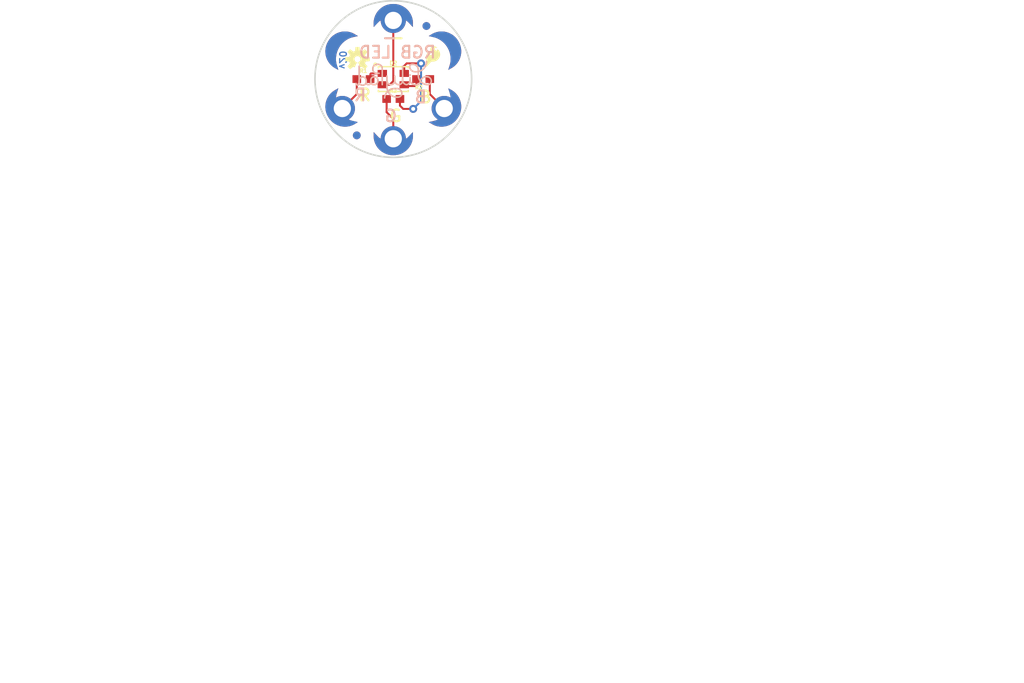
<source format=kicad_pcb>
(kicad_pcb (version 20211014) (generator pcbnew)
  (layers (0 "F.Cu" signal) (31 "B.Cu" signal) (34 "B.Paste" user) (35 "F.Paste" user) (36 "B.SilkS" user "B.Silkscreen") (37 "F.SilkS" user "F.Silkscreen") (38 "B.Mask" user) (39 "F.Mask" user) (44 "Edge.Cuts" user))
  (net 0 "")
  (net 1 "RED")
  (net 2 "BLU")
  (net 3 "GRN")
  (net 4 "G")
  (net 5 "B")
  (net 6 "R")
  (net 7 "GND")
  (footprint "boardEagle:PETAL-NOHOLE-2SIDE" (layer "F.Cu") (at 141.9987 101.2444 -120)
    (fp_text reference "U$3" hide)
    (fp_text value "SEWTAP-NOHOLE2" hide)
    (fp_poly (pts (xy -1.854655 -0.173117) (xy -1.587233 0.02496) (xy -1.296131 0.192254) (xy -0.987629 0.324761) (xy -0.665876 0.420699) (xy -0.335186 0.478783) (xy -0.000001 0.49823) (xy 0.335185 0.478783) (xy 0.665875 0.4207) (xy 0.987628 0.324762) (xy 1.29613 0.192254) (xy 1.587231 0.024961) (xy 1.857026 -0.174874) (xy 2.101909 -0.404578) (xy 2.32514 -0.668824) (xy 2.493638 -0.837322) (xy 2.51214 -0.289809) (xy 2.481402 0.029121) (xy 2.409619 0.341384) (xy 2.298003 0.641723) (xy 2.148431 0.925078) (xy 1.963424 1.186677) (xy 1.746098 1.422114) (xy 1.500112 1.627423) (xy 1.22961 1.799149) (xy 0.939146 1.934398) (xy 0.633613 2.030893) (xy 0.318157 2.087007) (xy 0.002347 2.1016) (xy -0.002346 2.1016) (xy -0.318157 2.087008) (xy -0.633613 2.030893) (xy -0.939146 1.934399) (xy -1.22961 1.79915) (xy -1.500112 1.627424) (xy -1.746098 1.422115) (xy -1.963425 1.186678) (xy -2.148432 0.925079) (xy -2.298003 0.641724) (xy -2.409619 0.341385) (xy -2.481402 0.029122) (xy -2.512141 -0.289808) (xy -2.5016 -0.601715) (xy -2.5016 -0.854591)) (layer "F.Cu") (width 0) (fill solid))
    (fp_poly (pts (xy 2.5016 -0.601715) (xy 2.512141 -0.289808) (xy 2.481402 0.029122) (xy 2.409619 0.341385) (xy 2.298003 0.641724) (xy 2.148432 0.925079) (xy 1.963425 1.186678) (xy 1.746098 1.422115) (xy 1.500112 1.627424) (xy 1.22961 1.79915) (xy 0.939146 1.934399) (xy 0.633613 2.030893) (xy 0.318157 2.087008) (xy 0.002346 2.1016) (xy -0.002347 2.1016) (xy -0.318157 2.087007) (xy -0.633613 2.030893) (xy -0.939146 1.934398) (xy -1.22961 1.799149) (xy -1.500112 1.627423) (xy -1.746098 1.422114) (xy -1.963424 1.186677) (xy -2.148431 0.925078) (xy -2.298003 0.641723) (xy -2.409619 0.341384) (xy -2.482146 0.025885) (xy -2.50954 -0.853224) (xy -2.32514 -0.668824) (xy -2.101909 -0.404578) (xy -1.857026 -0.174874) (xy -1.587231 0.024961) (xy -1.29613 0.192254) (xy -0.987628 0.324762) (xy -0.665875 0.4207) (xy -0.335185 0.478783) (xy 0.000001 0.49823) (xy 0.335186 0.478783) (xy 0.665876 0.420699) (xy 0.987629 0.324761) (xy 1.296131 0.192254) (xy 1.587233 0.02496) (xy 1.854655 -0.173117) (xy 2.5016 -0.854591)) (layer "B.Cu") (width 0) (fill solid))
  )
  (footprint "boardEagle:0603" (layer "F.Cu") (at 144.6911 105.0036)
    (fp_text reference "R1" (at 0 -0.762) (layer "F.SilkS") (effects (font (size 0.48768 0.48768) (thickness 0.12192)) (justify bottom)))
    (fp_text value "200")
    (pad "1" smd rect (at -0.85 0) (size 1.1 1) (layers "F.Cu" "F.Paste" "F.Mask") (net 6 "R"))
    (pad "2" smd rect (at 0.85 0) (size 1.1 1) (layers "F.Cu" "F.Paste" "F.Mask") (net 1 "RED"))
  )
  (footprint "boardEagle:FIDUCIAL-1X2" (layer "F.Cu") (at 152.7302 98.2218)
    (fp_text reference "FD3" hide)
    (fp_text value "FIDUCIAL1X2" hide)
    (pad "1" smd roundrect (at 0 0) (size 1 1) (layers "F.Cu" "F.Mask") (roundrect_rratio 0.5))
  )
  (footprint "boardEagle:0603" (layer "F.Cu") (at 148.5011 107.5436)
    (fp_text reference "R3" (at 0 -0.762) (layer "F.SilkS") (effects (font (size 0.48768 0.48768) (thickness 0.12192)) (justify bottom)))
    (fp_text value "100")
    (pad "1" smd rect (at -0.85 0) (size 1.1 1) (layers "F.Cu" "F.Paste" "F.Mask") (net 4 "G"))
    (pad "2" smd rect (at 0.85 0) (size 1.1 1) (layers "F.Cu" "F.Paste" "F.Mask") (net 3 "GRN"))
  )
  (footprint "boardEagle:OSHW-LOGO-S" (layer "F.Cu") (at 143.9291 102.4636)
    (fp_text reference "LOGO2" hide)
    (fp_text value "OSHW-LOGOS" hide)
    (fp_poly (pts (xy 0.301647 -1.061351) (xy 0.42347 -1.022344) (xy 0.537177 -0.963769) (xy 0.92862 -1.282946) (xy 1.282946 -0.92862) (xy 0.961035 -0.533823) (xy 1.057046 -0.302084) (xy 1.5638 -0.250561) (xy 1.5638 0.250561) (xy 1.057046 0.302084) (xy 0.961035 0.533823) (xy 1.282946 0.92862) (xy 0.92862 1.282946) (xy 0.537177 0.96377) (xy 0.356601 1.056794) (xy 0.088679 0.410073) (xy 0.326262 0.2176) (xy 0.373649 0.121468) (xy 0.392729 0.010339) (xy 0.379464 -0.101634) (xy 0.334947 -0.205229) (xy 0.262842 -0.291918) (xy 0.169087 -0.354561) (xy 0.061406 -0.387999) (xy -0.051342 -0.38948) (xy -0.159868 -0.358881) (xy -0.255234 -0.298724) (xy -0.329589 -0.213962) (xy -0.376813 -0.111569) (xy -0.392176 -0.005767) (xy -0.322923 0.222565) (xy -0.249312 0.303773) (xy 0.091677 0.5081) (xy -0.12929 0.5081) (xy -0.355332 1.053732) (xy -0.506597 0.983577) (xy -0.538922 0.965192) (xy -0.92862 1.282946) (xy -1.282946 0.92862) (xy -0.961035 0.533823) (xy -1.057046 0.302084) (xy -1.5638 0.250561) (xy -1.5638 -0.250561) (xy -1.057046 -0.302084) (xy -0.961035 -0.533823) (xy -1.282946 -0.92862) (xy -0.92862 -1.282946) (xy -0.533823 -0.961035) (xy -0.302084 -1.057046) (xy -0.250561 -1.5638) (xy 0.250561 -1.5638)) (layer "F.SilkS") (width 0) (fill solid))
  )
  (footprint "boardEagle:PLCC4SMDLED" (layer "F.Cu") (at 148.5011 105.0036)
    (fp_text reference "D2" (at 0 -1.74625) (layer "F.SilkS") (effects (font (size 0.48768 0.48768) (thickness 0.12192)) (justify bottom)))
    (fp_text value "XZM2CRKM2DGFBB45SCCB")
    (fp_line (start 1.905 -1.5875) (end 1.905 -1.42875) (layer "F.SilkS") (width 0.1778))
    (fp_line (start 1.905 1.5875) (end -1.905 1.5875) (layer "F.SilkS") (width 0.1778))
    (fp_line (start -1.905 1.5875) (end -1.905 1.42875) (layer "F.SilkS") (width 0.1778))
    (fp_line (start -1.905 -1.5875) (end 1.905 -1.5875) (layer "F.SilkS") (width 0.1778))
    (fp_line (start -1.905 -1.42875) (end -1.905 -1.5875) (layer "F.SilkS") (width 0.1778))
    (fp_line (start 1.905 1.42875) (end 1.905 1.5875) (layer "F.SilkS") (width 0.1778))
    (fp_circle (center -2.28975 -1.8615) (end -2.16275 -1.8615) (layer "F.SilkS") (width 0.254) (fill solid))
    (pad "1" smd rect (at -1.4 -0.725) (size 1.2 0.9) (layers "F.Cu" "F.Paste" "F.Mask") (net 1 "RED"))
    (pad "2" smd rect (at 1.4 -0.725) (size 1.2 0.9) (layers "F.Cu" "F.Paste" "F.Mask") (net 3 "GRN"))
    (pad "3" smd rect (at 1.4 0.725) (size 1.2 0.9) (layers "F.Cu" "F.Paste" "F.Mask") (net 2 "BLU"))
    (pad "4" smd rect (at -1.4 0.725) (size 1.2 0.9) (layers "F.Cu" "F.Paste" "F.Mask") (net 7 "GND"))
  )
  (footprint "boardEagle:REVISION" (layer "F.Cu") (at 129.8702 129.9718)
    (fp_text reference "LOGO1" hide)
    (fp_text value "REVISION" hide)
  )
  (footprint "boardEagle:PETAL-SMALL-2SIDE" (layer "F.Cu") (at 148.5011 112.6236)
    (fp_text reference "U$8" hide)
    (fp_text value "SEWTAP6" hide)
    (fp_poly (pts (xy -1.854655 -0.173117) (xy -1.587233 0.02496) (xy -1.296131 0.192254) (xy -0.987629 0.324761) (xy -0.665876 0.420699) (xy -0.335186 0.478783) (xy -0.000001 0.49823) (xy 0.335185 0.478783) (xy 0.665875 0.4207) (xy 0.987628 0.324762) (xy 1.29613 0.192254) (xy 1.587231 0.024961) (xy 1.857026 -0.174874) (xy 2.101909 -0.404578) (xy 2.32514 -0.668824) (xy 2.493638 -0.837322) (xy 2.51214 -0.289809) (xy 2.481402 0.029121) (xy 2.409619 0.341384) (xy 2.298003 0.641723) (xy 2.148431 0.925078) (xy 1.963424 1.186677) (xy 1.746098 1.422114) (xy 1.500112 1.627423) (xy 1.22961 1.799149) (xy 0.939146 1.934398) (xy 0.633613 2.030893) (xy 0.318157 2.087007) (xy 0.002347 2.1016) (xy -0.002346 2.1016) (xy -0.318157 2.087008) (xy -0.633613 2.030893) (xy -0.939146 1.934399) (xy -1.22961 1.79915) (xy -1.500112 1.627424) (xy -1.746098 1.422115) (xy -1.963425 1.186678) (xy -2.148432 0.925079) (xy -2.298003 0.641724) (xy -2.409619 0.341385) (xy -2.481402 0.029122) (xy -2.512141 -0.289808) (xy -2.5016 -0.601715) (xy -2.5016 -0.854591)) (layer "F.Cu") (width 0) (fill solid))
    (fp_poly (pts (xy 2.5016 -0.601715) (xy 2.512141 -0.289808) (xy 2.481402 0.029122) (xy 2.409619 0.341385) (xy 2.298003 0.641724) (xy 2.148432 0.925079) (xy 1.963425 1.186678) (xy 1.746098 1.422115) (xy 1.500112 1.627424) (xy 1.22961 1.79915) (xy 0.939146 1.934399) (xy 0.633613 2.030893) (xy 0.318157 2.087008) (xy 0.002346 2.1016) (xy -0.002347 2.1016) (xy -0.318157 2.087007) (xy -0.633613 2.030893) (xy -0.939146 1.934398) (xy -1.22961 1.799149) (xy -1.500112 1.627423) (xy -1.746098 1.422114) (xy -1.963424 1.186677) (xy -2.148431 0.925078) (xy -2.298003 0.641723) (xy -2.409619 0.341384) (xy -2.482146 0.025885) (xy -2.50954 -0.853224) (xy -2.32514 -0.668824) (xy -2.101909 -0.404578) (xy -1.857026 -0.174874) (xy -1.587231 0.024961) (xy -1.29613 0.192254) (xy -0.987628 0.324762) (xy -0.665875 0.4207) (xy -0.335185 0.478783) (xy 0.000001 0.49823) (xy 0.335186 0.478783) (xy 0.665876 0.420699) (xy 0.987629 0.324761) (xy 1.296131 0.192254) (xy 1.587233 0.02496) (xy 1.854655 -0.173117) (xy 2.5016 -0.854591)) (layer "B.Cu") (width 0) (fill solid))
    (pad "1" thru_hole circle (at 0 0 90) (size 3.216 3.216) (drill 2.2) (layers *.Cu *.Mask) (net 4 "G"))
  )
  (footprint "boardEagle:PETAL-SMALL-2SIDE" (layer "F.Cu") (at 141.9987 108.7628 -60)
    (fp_text reference "U$7" hide)
    (fp_text value "SEWTAP6" hide)
    (fp_poly (pts (xy -1.854655 -0.173117) (xy -1.587233 0.02496) (xy -1.296131 0.192254) (xy -0.987629 0.324761) (xy -0.665876 0.420699) (xy -0.335186 0.478783) (xy -0.000001 0.49823) (xy 0.335185 0.478783) (xy 0.665875 0.4207) (xy 0.987628 0.324762) (xy 1.29613 0.192254) (xy 1.587231 0.024961) (xy 1.857026 -0.174874) (xy 2.101909 -0.404578) (xy 2.32514 -0.668824) (xy 2.493638 -0.837322) (xy 2.51214 -0.289809) (xy 2.481402 0.029121) (xy 2.409619 0.341384) (xy 2.298003 0.641723) (xy 2.148431 0.925078) (xy 1.963424 1.186677) (xy 1.746098 1.422114) (xy 1.500112 1.627423) (xy 1.22961 1.799149) (xy 0.939146 1.934398) (xy 0.633613 2.030893) (xy 0.318157 2.087007) (xy 0.002347 2.1016) (xy -0.002346 2.1016) (xy -0.318157 2.087008) (xy -0.633613 2.030893) (xy -0.939146 1.934399) (xy -1.22961 1.79915) (xy -1.500112 1.627424) (xy -1.746098 1.422115) (xy -1.963425 1.186678) (xy -2.148432 0.925079) (xy -2.298003 0.641724) (xy -2.409619 0.341385) (xy -2.481402 0.029122) (xy -2.512141 -0.289808) (xy -2.5016 -0.601715) (xy -2.5016 -0.854591)) (layer "F.Cu") (width 0) (fill solid))
    (fp_poly (pts (xy 2.5016 -0.601715) (xy 2.512141 -0.289808) (xy 2.481402 0.029122) (xy 2.409619 0.341385) (xy 2.298003 0.641724) (xy 2.148432 0.925079) (xy 1.963425 1.186678) (xy 1.746098 1.422115) (xy 1.500112 1.627424) (xy 1.22961 1.79915) (xy 0.939146 1.934399) (xy 0.633613 2.030893) (xy 0.318157 2.087008) (xy 0.002346 2.1016) (xy -0.002347 2.1016) (xy -0.318157 2.087007) (xy -0.633613 2.030893) (xy -0.939146 1.934398) (xy -1.22961 1.799149) (xy -1.500112 1.627423) (xy -1.746098 1.422114) (xy -1.963424 1.186677) (xy -2.148431 0.925078) (xy -2.298003 0.641723) (xy -2.409619 0.341384) (xy -2.482146 0.025885) (xy -2.50954 -0.853224) (xy -2.32514 -0.668824) (xy -2.101909 -0.404578) (xy -1.857026 -0.174874) (xy -1.587231 0.024961) (xy -1.29613 0.192254) (xy -0.987628 0.324762) (xy -0.665875 0.4207) (xy -0.335185 0.478783) (xy 0.000001 0.49823) (xy 0.335186 0.478783) (xy 0.665876 0.420699) (xy 0.987629 0.324761) (xy 1.296131 0.192254) (xy 1.587233 0.02496) (xy 1.854655 -0.173117) (xy 2.5016 -0.854591)) (layer "B.Cu") (width 0) (fill solid))
    (pad "1" thru_hole circle (at 0 0 30) (size 3.216 3.216) (drill 2.2) (layers *.Cu *.Mask) (net 6 "R"))
  )
  (footprint "boardEagle:FIDUCIAL-1X2" (layer "F.Cu") (at 143.8402 112.1918)
    (fp_text reference "FD1" hide)
    (fp_text value "FIDUCIAL1X2" hide)
    (pad "1" smd roundrect (at 0 0) (size 1 1) (layers "F.Cu" "F.Mask") (roundrect_rratio 0.5))
  )
  (footprint "boardEagle:CREATIVE_COMMONS" (layer "F.Cu") (at 118.619144 127.4318)
    (fp_text reference "FRAME1" hide)
    (fp_text value "FRAME-LETTER" hide)
  )
  (footprint "boardEagle:PETAL-SMALL-2SIDE" (layer "F.Cu") (at 148.5011 97.5106 180)
    (fp_text reference "U$10" hide)
    (fp_text value "SEWTAP6" hide)
    (fp_poly (pts (xy -1.854655 -0.173117) (xy -1.587233 0.02496) (xy -1.296131 0.192254) (xy -0.987629 0.324761) (xy -0.665876 0.420699) (xy -0.335186 0.478783) (xy -0.000001 0.49823) (xy 0.335185 0.478783) (xy 0.665875 0.4207) (xy 0.987628 0.324762) (xy 1.29613 0.192254) (xy 1.587231 0.024961) (xy 1.857026 -0.174874) (xy 2.101909 -0.404578) (xy 2.32514 -0.668824) (xy 2.493638 -0.837322) (xy 2.51214 -0.289809) (xy 2.481402 0.029121) (xy 2.409619 0.341384) (xy 2.298003 0.641723) (xy 2.148431 0.925078) (xy 1.963424 1.186677) (xy 1.746098 1.422114) (xy 1.500112 1.627423) (xy 1.22961 1.799149) (xy 0.939146 1.934398) (xy 0.633613 2.030893) (xy 0.318157 2.087007) (xy 0.002347 2.1016) (xy -0.002346 2.1016) (xy -0.318157 2.087008) (xy -0.633613 2.030893) (xy -0.939146 1.934399) (xy -1.22961 1.79915) (xy -1.500112 1.627424) (xy -1.746098 1.422115) (xy -1.963425 1.186678) (xy -2.148432 0.925079) (xy -2.298003 0.641724) (xy -2.409619 0.341385) (xy -2.481402 0.029122) (xy -2.512141 -0.289808) (xy -2.5016 -0.601715) (xy -2.5016 -0.854591)) (layer "F.Cu") (width 0) (fill solid))
    (fp_poly (pts (xy 2.5016 -0.601715) (xy 2.512141 -0.289808) (xy 2.481402 0.029122) (xy 2.409619 0.341385) (xy 2.298003 0.641724) (xy 2.148432 0.925079) (xy 1.963425 1.186678) (xy 1.746098 1.422115) (xy 1.500112 1.627424) (xy 1.22961 1.79915) (xy 0.939146 1.934399) (xy 0.633613 2.030893) (xy 0.318157 2.087008) (xy 0.002346 2.1016) (xy -0.002347 2.1016) (xy -0.318157 2.087007) (xy -0.633613 2.030893) (xy -0.939146 1.934398) (xy -1.22961 1.799149) (xy -1.500112 1.627423) (xy -1.746098 1.422114) (xy -1.963424 1.186677) (xy -2.148431 0.925078) (xy -2.298003 0.641723) (xy -2.409619 0.341384) (xy -2.482146 0.025885) (xy -2.50954 -0.853224) (xy -2.32514 -0.668824) (xy -2.101909 -0.404578) (xy -1.857026 -0.174874) (xy -1.587231 0.024961) (xy -1.29613 0.192254) (xy -0.987628 0.324762) (xy -0.665875 0.4207) (xy -0.335185 0.478783) (xy 0.000001 0.49823) (xy 0.335186 0.478783) (xy 0.665876 0.420699) (xy 0.987629 0.324761) (xy 1.296131 0.192254) (xy 1.587233 0.02496) (xy 1.854655 -0.173117) (xy 2.5016 -0.854591)) (layer "B.Cu") (width 0) (fill solid))
    (pad "1" thru_hole circle (at 0 0 270) (size 3.216 3.216) (drill 2.2) (layers *.Cu *.Mask) (net 7 "GND"))
  )
  (footprint "boardEagle:0603" (layer "F.Cu") (at 152.3111 105.0036 180)
    (fp_text reference "R2" (at 0 -0.762 180) (layer "F.SilkS") (effects (font (size 0.48768 0.48768) (thickness 0.12192)) (justify right top)))
    (fp_text value "100")
    (pad "1" smd rect (at -0.85 0 180) (size 1.1 1) (layers "F.Cu" "F.Paste" "F.Mask") (net 5 "B"))
    (pad "2" smd rect (at 0.85 0 180) (size 1.1 1) (layers "F.Cu" "F.Paste" "F.Mask") (net 2 "BLU"))
  )
  (footprint "boardEagle:SFE_LOGO_FLAME_.1" (layer "F.Cu") (at 152.4381 103.7336)
    (fp_text reference "LOGO3" hide)
    (fp_text value "SFE_LOGO_FLAME.1_INCH" hide)
    (fp_poly (pts (xy 1.412844 -2.906175) (xy 1.560112 -2.832541) (xy 1.605026 -2.798855) (xy 1.681982 -2.7219) (xy 1.571006 -2.7219) (xy 1.551005 -2.7319) (xy 1.504689 -2.7319) (xy 1.468361 -2.722818) (xy 1.422477 -2.713641) (xy 1.39011 -2.697457) (xy 1.358081 -2.673436) (xy 1.343019 -2.650843) (xy 1.335288 -2.635381) (xy 1.3281 -2.613817) (xy 1.3281 -2.564689) (xy 1.335361 -2.535643) (xy 1.369607 -2.484275) (xy 1.425028 -2.428854) (xy 1.462016 -2.401113) (xy 1.489157 -2.383019) (xy 1.523301 -2.365947) (xy 1.594689 -2.3481) (xy 1.613817 -2.3481) (xy 1.629419 -2.353301) (xy 1.648687 -2.372569) (xy 1.654712 -2.384619) (xy 1.6619 -2.406183) (xy 1.6619 -2.558742) (xy 1.804838 -2.469406) (xy 1.890505 -2.373031) (xy 1.964662 -2.256498) (xy 2.016968 -2.099579) (xy 2.048309 -1.932428) (xy 2.037811 -1.753974) (xy 1.985628 -1.555678) (xy 1.881878 -1.368928) (xy 1.808618 -1.274737) (xy 1.726044 -1.192162) (xy 1.642524 -1.119083) (xy 1.536984 -1.055759) (xy 1.432127 -1.013816) (xy 1.318165 -0.982735) (xy 1.193153 -0.9619) (xy 1.003156 -0.9619) (xy 0.953397 -0.953607) (xy 0.863627 -0.899745) (xy 0.767974 -0.804092) (xy 0.647975 -0.664094) (xy 0.528159 -0.544277) (xy 0.478163 -0.484281) (xy 0.430255 -0.436373) (xy 0.400257 -0.386376) (xy 0.2819 -0.268018) (xy 0.2819 -1.732372) (xy 0.292559 -1.817641) (xy 0.314746 -1.895296) (xy 0.380852 -2.005474) (xy 0.436664 -2.050123) (xy 0.481171 -2.083503) (xy 0.539098 -2.106674) (xy 0.59313 -2.117481) (xy 0.656847 -2.1281) (xy 0.788994 -2.1281) (xy 0.884319 -2.080438) (xy 0.832569 -2.028687) (xy 0.784617 -2.004711) (xy 0.760581 -1.996699) (xy 0.713301 -1.949419) (xy 0.7081 -1.933817) (xy 0.7081 -1.906183) (xy 0.714532 -1.886888) (xy 0.729607 -1.864275) (xy 0.781412 -1.81247) (xy 0.820903 -1.796674) (xy 0.863772 -1.7881) (xy 0.935311 -1.7881) (xy 1.004357 -1.805361) (xy 1.053944 -1.83842) (xy 1.086004 -1.878495) (xy 1.1019 -1.926183) (xy 1.1019 -1.983091) (xy 1.077224 -2.048894) (xy 1.012268 -2.113851) (xy 0.931425 -2.204799) (xy 0.858661 -2.287958) (xy 0.804008 -2.386334) (xy 0.7819 -2.485818) (xy 0.7819 -2.576183) (xy 0.815289 -2.676349) (xy 0.871274 -2.765925) (xy 0.969046 -2.84197) (xy 1.087145 -2.906387) (xy 1.206565 -2.9281) (xy 1.314182 -2.9281)) (layer "F.SilkS") (width 0) (fill solid))
  )
  (footprint "boardEagle:PETAL-SMALL-2SIDE" (layer "F.Cu") (at 155.0035 108.7628 60)
    (fp_text reference "U$9" hide)
    (fp_text value "SEWTAP6" hide)
    (fp_poly (pts (xy -1.854655 -0.173117) (xy -1.587233 0.02496) (xy -1.296131 0.192254) (xy -0.987629 0.324761) (xy -0.665876 0.420699) (xy -0.335186 0.478783) (xy -0.000001 0.49823) (xy 0.335185 0.478783) (xy 0.665875 0.4207) (xy 0.987628 0.324762) (xy 1.29613 0.192254) (xy 1.587231 0.024961) (xy 1.857026 -0.174874) (xy 2.101909 -0.404578) (xy 2.32514 -0.668824) (xy 2.493638 -0.837322) (xy 2.51214 -0.289809) (xy 2.481402 0.029121) (xy 2.409619 0.341384) (xy 2.298003 0.641723) (xy 2.148431 0.925078) (xy 1.963424 1.186677) (xy 1.746098 1.422114) (xy 1.500112 1.627423) (xy 1.22961 1.799149) (xy 0.939146 1.934398) (xy 0.633613 2.030893) (xy 0.318157 2.087007) (xy 0.002347 2.1016) (xy -0.002346 2.1016) (xy -0.318157 2.087008) (xy -0.633613 2.030893) (xy -0.939146 1.934399) (xy -1.22961 1.79915) (xy -1.500112 1.627424) (xy -1.746098 1.422115) (xy -1.963425 1.186678) (xy -2.148432 0.925079) (xy -2.298003 0.641724) (xy -2.409619 0.341385) (xy -2.481402 0.029122) (xy -2.512141 -0.289808) (xy -2.5016 -0.601715) (xy -2.5016 -0.854591)) (layer "F.Cu") (width 0) (fill solid))
    (fp_poly (pts (xy 2.5016 -0.601715) (xy 2.512141 -0.289808) (xy 2.481402 0.029122) (xy 2.409619 0.341385) (xy 2.298003 0.641724) (xy 2.148432 0.925079) (xy 1.963425 1.186678) (xy 1.746098 1.422115) (xy 1.500112 1.627424) (xy 1.22961 1.79915) (xy 0.939146 1.934399) (xy 0.633613 2.030893) (xy 0.318157 2.087008) (xy 0.002346 2.1016) (xy -0.002347 2.1016) (xy -0.318157 2.087007) (xy -0.633613 2.030893) (xy -0.939146 1.934398) (xy -1.22961 1.799149) (xy -1.500112 1.627423) (xy -1.746098 1.422114) (xy -1.963424 1.186677) (xy -2.148431 0.925078) (xy -2.298003 0.641723) (xy -2.409619 0.341384) (xy -2.482146 0.025885) (xy -2.50954 -0.853224) (xy -2.32514 -0.668824) (xy -2.101909 -0.404578) (xy -1.857026 -0.174874) (xy -1.587231 0.024961) (xy -1.29613 0.192254) (xy -0.987628 0.324762) (xy -0.665875 0.4207) (xy -0.335185 0.478783) (xy 0.000001 0.49823) (xy 0.335186 0.478783) (xy 0.665876 0.420699) (xy 0.987629 0.324761) (xy 1.296131 0.192254) (xy 1.587233 0.02496) (xy 1.854655 -0.173117) (xy 2.5016 -0.854591)) (layer "B.Cu") (width 0) (fill solid))
    (pad "1" thru_hole circle (at 0 0 150) (size 3.216 3.216) (drill 2.2) (layers *.Cu *.Mask) (net 5 "B"))
  )
  (footprint "boardEagle:ORDERING_INSTRUCTIONS" (layer "F.Cu") (at 127.3302 131.2418)
    (fp_text reference "U$4" hide)
    (fp_text value "" hide)
  )
  (footprint "boardEagle:PETAL-NOHOLE-2SIDE" (layer "F.Cu") (at 155.0035 101.2444 120)
    (fp_text reference "U$2" hide)
    (fp_text value "SEWTAP-NOHOLE2" hide)
    (fp_poly (pts (xy -1.854655 -0.173117) (xy -1.587233 0.02496) (xy -1.296131 0.192254) (xy -0.987629 0.324761) (xy -0.665876 0.420699) (xy -0.335186 0.478783) (xy -0.000001 0.49823) (xy 0.335185 0.478783) (xy 0.665875 0.4207) (xy 0.987628 0.324762) (xy 1.29613 0.192254) (xy 1.587231 0.024961) (xy 1.857026 -0.174874) (xy 2.101909 -0.404578) (xy 2.32514 -0.668824) (xy 2.493638 -0.837322) (xy 2.51214 -0.289809) (xy 2.481402 0.029121) (xy 2.409619 0.341384) (xy 2.298003 0.641723) (xy 2.148431 0.925078) (xy 1.963424 1.186677) (xy 1.746098 1.422114) (xy 1.500112 1.627423) (xy 1.22961 1.799149) (xy 0.939146 1.934398) (xy 0.633613 2.030893) (xy 0.318157 2.087007) (xy 0.002347 2.1016) (xy -0.002346 2.1016) (xy -0.318157 2.087008) (xy -0.633613 2.030893) (xy -0.939146 1.934399) (xy -1.22961 1.79915) (xy -1.500112 1.627424) (xy -1.746098 1.422115) (xy -1.963425 1.186678) (xy -2.148432 0.925079) (xy -2.298003 0.641724) (xy -2.409619 0.341385) (xy -2.481402 0.029122) (xy -2.512141 -0.289808) (xy -2.5016 -0.601715) (xy -2.5016 -0.854591)) (layer "F.Cu") (width 0) (fill solid))
    (fp_poly (pts (xy 2.5016 -0.601715) (xy 2.512141 -0.289808) (xy 2.481402 0.029122) (xy 2.409619 0.341385) (xy 2.298003 0.641724) (xy 2.148432 0.925079) (xy 1.963425 1.186678) (xy 1.746098 1.422115) (xy 1.500112 1.627424) (xy 1.22961 1.79915) (xy 0.939146 1.934399) (xy 0.633613 2.030893) (xy 0.318157 2.087008) (xy 0.002346 2.1016) (xy -0.002347 2.1016) (xy -0.318157 2.087007) (xy -0.633613 2.030893) (xy -0.939146 1.934398) (xy -1.22961 1.799149) (xy -1.500112 1.627423) (xy -1.746098 1.422114) (xy -1.963424 1.186677) (xy -2.148431 0.925078) (xy -2.298003 0.641723) (xy -2.409619 0.341384) (xy -2.482146 0.025885) (xy -2.50954 -0.853224) (xy -2.32514 -0.668824) (xy -2.101909 -0.404578) (xy -1.857026 -0.174874) (xy -1.587231 0.024961) (xy -1.29613 0.192254) (xy -0.987628 0.324762) (xy -0.665875 0.4207) (xy -0.335185 0.478783) (xy 0.000001 0.49823) (xy 0.335186 0.478783) (xy 0.665876 0.420699) (xy 0.987629 0.324761) (xy 1.296131 0.192254) (xy 1.587233 0.02496) (xy 1.854655 -0.173117) (xy 2.5016 -0.854591)) (layer "B.Cu") (width 0) (fill solid))
  )
  (footprint "boardEagle:LOGO-LILYPAD" (layer "B.Cu") (at 148.5011 104.7496 180)
    (fp_text reference "U$1" hide)
    (fp_text value "LOGO-LPLP" hide)
    (fp_line (start -2.14 -0.365) (end -2.14 -0.065) (layer "B.SilkS") (width 0.2032))
    (fp_line (start -2.14 0.235) (end -2.14 0.285) (layer "B.SilkS") (width 0.2032))
    (fp_line (start 2.36 0.035) (end 2.46 0.035) (layer "B.SilkS") (width 0.2032))
    (fp_line (start -0.59 -2.565) (end -0.49 -2.565) (layer "B.SilkS") (width 0.2032))
    (fp_line (start 4.36 -0.715) (end 4.36 -0.815) (layer "B.SilkS") (width 0.2032))
    (fp_line (start -0.19 -0.465) (end -0.19 0.135) (layer "B.SilkS") (width 0.2032))
    (fp_line (start 2.56 -0.965) (end 2.36 -0.965) (layer "B.SilkS") (width 0.2032))
    (fp_line (start 1.41 -0.965) (end 1.41 1.135) (layer "B.SilkS") (width 0.2032))
    (fp_line (start 2.86 -0.365) (end 2.86 -0.565) (layer "B.SilkS") (width 0.2032))
    (fp_line (start -1.19 -0.465) (end -1.19 -0.415) (layer "B.SilkS") (width 0.2032))
    (fp_line (start -3.19 0.235) (end -3.19 0.935) (layer "B.SilkS") (width 0.2032))
    (fp_line (start -2.14 -0.365) (end -2.14 -0.515) (layer "B.SilkS") (width 0.2032))
    (fp_line (start -0.49 -1.465) (end -0.29 -1.465) (layer "B.SilkS") (width 0.2032))
    (fp_line (start 2.11 0.485) (end 1.81 0.485) (layer "B.SilkS") (width 0.2032))
    (fp_line (start 2.61 1.135) (end 2.61 0.935) (layer "B.SilkS") (width 0.2032))
    (fp_line (start 4.36 -0.615) (end 4.36 1.385) (layer "B.SilkS") (width 0.2032))
    (fp_line (start 3.46 -0.765) (end 3.46 -0.715) (layer "B.SilkS") (width 0.2032))
    (fp_line (start -2.94 0.685) (end -2.79 0.685) (layer "B.SilkS") (width 0.2032))
    (fp_line (start 3.46 -0.715) (end 3.46 -0.465) (layer "B.SilkS") (width 0.2032))
    (fp_line (start -2.49 1.635) (end -2.39 1.635) (layer "B.SilkS") (width 0.2032))
    (fp_line (start 0.81 -1.265) (end 0.81 -0.465) (layer "B.SilkS") (width 0.2032))
    (fp_line (start 0.81 -0.465) (end 0.81 0.135) (layer "B.SilkS") (width 0.2032))
    (fp_line (start -1.19 -0.265) (end -1.19 1.385) (layer "B.SilkS") (width 0.2032))
    (fp_arc (start -1.09 -2.065) (mid -0.943553 -2.418553) (end -0.59 -2.565) (layer "B.SilkS") (width 0.2032))
    (fp_arc (start 4.36 -0.815) (mid 4.418579 -0.956421) (end 4.56 -1.015) (layer "B.SilkS") (width 0.2032))
    (fp_arc (start 4.059999 -1.015) (mid 4.251547 -0.906548) (end 4.36 -0.715) (layer "B.SilkS") (width 0.2032))
    (fp_arc (start 2.609999 1.134999) (mid 2.413529 1.509234) (end 2.01 1.635) (layer "B.SilkS") (width 0.2032))
    (fp_arc (start 4.36 -0.715) (mid 4.372311 -0.615) (end 4.36 -0.515) (layer "B.SilkS") (width 0.2032))
    (fp_arc (start 3.11 -0.965) (mid 3.326421 -0.937487) (end 3.46 -0.765) (layer "B.SilkS") (width 0.2032))
    (fp_arc (start -1.19 -0.465) (mid -1.043553 -0.818553) (end -0.69 -0.965) (layer "B.SilkS") (width 0.2032))
    (fp_arc (start -0.489999 -1.464999) (mid -0.914264 -1.640735) (end -1.09 -2.065) (layer "B.SilkS") (width 0.2032))
    (fp_arc (start 2.86 -0.565) (mid 2.902157 -0.816777) (end 3.11 -0.965) (layer "B.SilkS") (width 0.2032))
    (fp_arc (start -1.19 -0.415) (mid -1.187119 -0.34) (end -1.19 -0.265) (layer "B.SilkS") (width 0.2032))
    (fp_arc (start -2.09 1.335) (mid -2.177868 1.547132) (end -2.39 1.635) (layer "B.SilkS") (width 0.2032))
    (fp_arc (start 2.86 -0.365) (mid 2.742843 -0.082157) (end 2.46 0.035) (layer "B.SilkS") (width 0.2032))
    (fp_arc (start 1.959999 -0.464999) (mid 2.056446 -0.797842) (end 2.36 -0.965) (layer "B.SilkS") (width 0.2032))
    (fp_arc (start -4.24 1.985) (mid -3.859239 1.065761) (end -2.94 0.685) (layer "B.SilkS") (width 0.2032))
    (fp_arc (start 0.31 -0.965) (mid 0.663553 -0.818553) (end 0.81 -0.465) (layer "B.SilkS") (width 0.2032))
    (fp_arc (start -4.39 0.035) (mid -4.739264 -0.171802) (end -4.84 -0.565) (layer "B.SilkS") (width 0.2032))
    (fp_arc (start 2.56 -0.965) (mid 2.792843 -0.827132) (end 2.86 -0.565) (layer "B.SilkS") (width 0.2032))
    (fp_arc (start -3.190001 -0.914999) (mid -2.582158 -0.932462) (end -2.14 -0.515) (layer "B.SilkS") (width 0.2032))
    (fp_arc (start -3.44 -0.565) (mid -3.222842 -0.889264) (end -2.839999 -0.964999) (layer "B.SilkS") (width 0.2032))
    (fp_arc (start -1.690001 -0.965) (mid -1.338239 -0.782511) (end -1.19 -0.415) (layer "B.SilkS") (width 0.2032))
    (fp_arc (start 4.36 -0.515) (mid 4.248909 -0.146802) (end 3.91 0.035) (layer "B.SilkS") (width 0.2032))
    (fp_arc (start -4.39 -0.965) (mid -3.541472 -0.613528) (end -3.19 0.235) (layer "B.SilkS") (width 0.2032))
    (fp_arc (start -3.44 -0.565) (mid -3.790736 -0.068249) (end -4.39 0.035) (layer "B.SilkS") (width 0.2032))
    (fp_arc (start -0.69 -0.965) (mid -0.336447 -0.818553) (end -0.19 -0.465) (layer "B.SilkS") (width 0.2032))
    (fp_arc (start -0.49 -2.565) (mid 0.429239 -2.184239) (end 0.81 -1.265) (layer "B.SilkS") (width 0.2032))
    (fp_arc (start 3.91 0.035) (mid 3.581447 -0.121802) (end 3.46 -0.465) (layer "B.SilkS") (width 0.2032))
    (fp_arc (start 2.109999 0.484999) (mid 2.453171 0.606475) (end 2.61 0.935) (layer "B.SilkS") (width 0.2032))
    (fp_arc (start 2.36 0.035) (mid 2.056447 -0.132157) (end 1.96 -0.465) (layer "B.SilkS") (width 0.2032))
    (fp_arc (start 1.11 -2.665) (mid 0.658528 -1.775051) (end -0.29 -1.465) (layer "B.SilkS") (width 0.2032))
    (fp_arc (start -2.49 1.635) (mid -2.984975 1.429975) (end -3.19 0.935) (layer "B.SilkS") (width 0.2032))
    (fp_arc (start -2.79 0.685) (mid -2.305381 0.865025) (end -2.09 1.335) (layer "B.SilkS") (width 0.2032))
    (fp_arc (start 3.46 -0.715) (mid 3.697868 -0.989264) (end 4.06 -1.015) (layer "B.SilkS") (width 0.2032))
    (fp_arc (start 4.56 -1.015) (mid 4.701421 -0.956421) (end 4.76 -0.815) (layer "B.SilkS") (width 0.2032))
    (fp_arc (start -0.19 -0.465) (mid -0.043553 -0.818553) (end 0.31 -0.965) (layer "B.SilkS") (width 0.2032))
    (fp_arc (start -4.84 -0.565) (mid -4.697843 -0.858198) (end -4.39 -0.965) (layer "B.SilkS") (width 0.2032))
    (fp_arc (start -2.14 -0.365) (mid -2.039264 -0.758198) (end -1.69 -0.965) (layer "B.SilkS") (width 0.2032))
    (fp_arc (start 2.01 1.635) (mid 1.606447 1.509264) (end 1.41 1.135) (layer "B.SilkS") (width 0.2032))
  )
  (footprint "boardEagle:FIDUCIAL-1X2" (layer "B.Cu") (at 152.7302 98.2218 180)
    (fp_text reference "FD4" hide)
    (fp_text value "FIDUCIAL1X2" hide)
    (pad "1" smd roundrect (at 0 0 180) (size 1 1) (layers "B.Cu" "B.Mask") (roundrect_rratio 0.5))
  )
  (footprint "boardEagle:FIDUCIAL-1X2" (layer "B.Cu") (at 143.8402 112.1918 180)
    (fp_text reference "FD2" hide)
    (fp_text value "FIDUCIAL1X2" hide)
    (pad "1" smd roundrect (at 0 0 180) (size 1 1) (layers "B.Cu" "B.Mask") (roundrect_rratio 0.5))
  )
  (gr_circle (center 148.5011 105.0036) (end 158.5011 105.0036) (layer "Edge.Cuts") (width 0.2032) (fill none))
  (gr_text "v20" (at 141.5415 103.7971 -90) (layer "B.Cu") (effects (font (size 0.8636 0.8636) (thickness 0.1524)) (justify left bottom mirror)))
  (gr_text "R" (at 145.1991 107.9246) (layer "B.SilkS") (effects (font (size 1.5113 1.5113) (thickness 0.2667)) (justify left bottom mirror)))
  (gr_text "G" (at 149.1361 110.5916) (layer "B.SilkS") (effects (font (size 1.5113 1.5113) (thickness 0.2667)) (justify left bottom mirror)))
  (gr_text "-" (at 149.1361 100.5586) (layer "B.SilkS") (effects (font (size 1.5113 1.5113) (thickness 0.2667)) (justify left bottom mirror)))
  (gr_text "RGB LED" (at 154.0891 102.4636) (layer "B.SilkS") (effects (font (size 1.5113 1.5113) (thickness 0.2667)) (justify left bottom mirror)))
  (gr_text "B" (at 152.9461 108.1786) (layer "B.SilkS") (effects (font (size 1.5113 1.5113) (thickness 0.2667)) (justify left bottom mirror)))
  (gr_text "-" (at 147.8661 100.5586) (layer "F.SilkS") (effects (font (size 1.5113 1.5113) (thickness 0.2667)) (justify left bottom)))
  (gr_text "B" (at 151.6761 108.1786) (layer "F.SilkS") (effects (font (size 1.5113 1.5113) (thickness 0.2667)) (justify left bottom)))
  (gr_text "G" (at 147.8661 110.5916) (layer "F.SilkS") (effects (font (size 1.5113 1.5113) (thickness 0.2667)) (justify left bottom)))
  (gr_text "R" (at 143.9291 107.9246) (layer "F.SilkS") (effects (font (size 1.5113 1.5113) (thickness 0.2667)) (justify left bottom)))
  (segment (start 145.6701 104.2786) (end 145.5801 104.3686) (width 0.254) (layer "F.Cu") (net 1))
  (segment (start 145.5801 104.9646) (end 145.5411 105.0036) (width 0.254) (layer "F.Cu") (net 1))
  (segment (start 145.5801 104.3686) (end 145.5801 104.9646) (width 0.254) (layer "F.Cu") (net 1))
  (segment (start 147.1011 104.2786) (end 145.6701 104.2786) (width 0.254) (layer "F.Cu") (net 1))
  (segment (start 151.4611 105.7266) (end 151.4611 105.0036) (width 0.254) (layer "F.Cu") (net 2))
  (segment (start 151.2951 105.8926) (end 151.4611 105.7266) (width 0.254) (layer "F.Cu") (net 2))
  (segment (start 149.9011 105.7286) (end 150.0651 105.8926) (width 0.254) (layer "F.Cu") (net 2))
  (segment (start 150.0651 105.8926) (end 151.2951 105.8926) (width 0.254) (layer "F.Cu") (net 2))
  (segment (start 151.0411 108.8136) (end 149.7711 108.8136) (width 0.254) (layer "F.Cu") (net 3))
  (segment (start 152.0444 102.997) (end 150.2156 102.997) (width 0.254) (layer "F.Cu") (net 3))
  (segment (start 150.2156 102.997) (end 149.9011 103.3115) (width 0.254) (layer "F.Cu") (net 3))
  (segment (start 149.9011 103.3115) (end 149.9011 104.2786) (width 0.254) (layer "F.Cu") (net 3))
  (segment (start 149.3511 108.3936) (end 149.3511 107.5436) (width 0.254) (layer "F.Cu") (net 3))
  (segment (start 149.7711 108.8136) (end 149.3511 108.3936) (width 0.254) (layer "F.Cu") (net 3))
  (via (at 152.0444 102.997) (size 1.016) (drill 0.508) (layers "F.Cu" "B.Cu") (net 3))
  (via (at 151.0411 108.8136) (size 1.016) (drill 0.508) (layers "F.Cu" "B.Cu") (net 3))
  (segment (start 151.0411 108.8136) (end 152.0444 107.8103) (width 0.254) (layer "B.Cu") (net 3))
  (segment (start 152.0444 107.8103) (end 152.0444 102.997) (width 0.254) (layer "B.Cu") (net 3))
  (segment (start 148.5011 110.0836) (end 148.5011 112.6236) (width 0.254) (layer "F.Cu") (net 4))
  (segment (start 147.6511 107.5436) (end 147.6511 109.2336) (width 0.254) (layer "F.Cu") (net 4))
  (segment (start 147.6511 109.2336) (end 148.5011 110.0836) (width 0.254) (layer "F.Cu") (net 4))
  (segment (start 153.1611 106.9204) (end 153.1611 105.0036) (width 0.254) (layer "F.Cu") (net 5))
  (segment (start 155.0035 108.7628) (end 153.1611 106.9204) (width 0.254) (layer "F.Cu") (net 5))
  (segment (start 143.8411 106.9204) (end 141.9987 108.7628) (width 0.254) (layer "F.Cu") (net 6))
  (segment (start 143.8411 105.0036) (end 143.8411 106.9204) (width 0.254) (layer "F.Cu") (net 6))
  (segment (start 148.5011 105.2576) (end 148.5011 97.5106) (width 0.254) (layer "F.Cu") (net 7))
  (segment (start 147.1011 105.7286) (end 148.0301 105.7286) (width 0.254) (layer "F.Cu") (net 7))
  (segment (start 148.0301 105.7286) (end 148.5011 105.2576) (width 0.254) (layer "F.Cu") (net 7))
)
</source>
